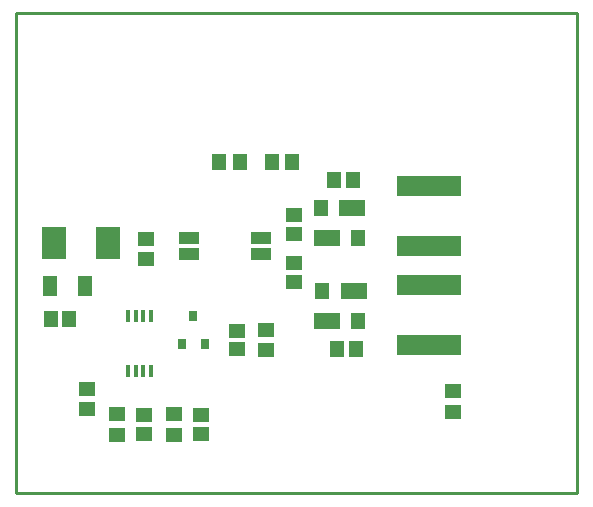
<source format=gtp>
G04 Layer_Color=8421504*
%FSLAX44Y44*%
%MOMM*%
G71*
G01*
G75*
%ADD10R,0.6500X0.9500*%
%ADD11R,1.3500X1.1500*%
%ADD12R,1.2000X1.4000*%
%ADD13R,2.2000X1.4000*%
%ADD14R,0.4100X1.0200*%
%ADD15R,1.7300X1.0000*%
%ADD16R,2.0000X2.8000*%
%ADD17R,5.4000X1.7000*%
%ADD18R,1.3000X1.8000*%
%ADD19R,1.4000X1.3000*%
%ADD20R,1.1500X1.3500*%
%ADD21R,1.3000X1.4000*%
%ADD26C,0.2540*%
D10*
X750570Y689680D02*
D03*
X760070Y666680D02*
D03*
X741070D02*
D03*
D11*
X710750Y755500D02*
D03*
Y738000D02*
D03*
X734060Y606780D02*
D03*
Y589280D02*
D03*
X812000Y678500D02*
D03*
Y661000D02*
D03*
X685500Y589250D02*
D03*
Y606750D02*
D03*
X970000Y626500D02*
D03*
Y609000D02*
D03*
X660400Y611010D02*
D03*
Y628510D02*
D03*
D12*
X890270Y685800D02*
D03*
Y755650D02*
D03*
X858520Y781050D02*
D03*
X859790Y711200D02*
D03*
D13*
X863600Y685800D02*
D03*
Y755650D02*
D03*
X885190Y781050D02*
D03*
X886460Y711200D02*
D03*
D14*
X695100Y643750D02*
D03*
X701600D02*
D03*
X708100D02*
D03*
X714600D02*
D03*
Y689750D02*
D03*
X708100D02*
D03*
X701600D02*
D03*
X695100D02*
D03*
D15*
X746390Y756300D02*
D03*
Y742300D02*
D03*
X808090D02*
D03*
Y756300D02*
D03*
D16*
X632820Y751840D02*
D03*
X677820D02*
D03*
D17*
X949960Y665380D02*
D03*
Y716380D02*
D03*
Y800200D02*
D03*
Y749200D02*
D03*
D18*
X629390Y715010D02*
D03*
X658390D02*
D03*
D19*
X835660Y734440D02*
D03*
Y718440D02*
D03*
X787400Y661670D02*
D03*
Y677670D02*
D03*
X757250Y590000D02*
D03*
Y606000D02*
D03*
X708660Y590170D02*
D03*
Y606170D02*
D03*
X835660Y759080D02*
D03*
Y775080D02*
D03*
D20*
X789940Y820420D02*
D03*
X772440D02*
D03*
X834250D02*
D03*
X816750D02*
D03*
D21*
X869570Y805180D02*
D03*
X885570D02*
D03*
X645540Y687070D02*
D03*
X629540D02*
D03*
X872110Y661670D02*
D03*
X888110D02*
D03*
D26*
X600000Y539750D02*
X1075690D01*
Y946150D01*
X600000D02*
X1075690D01*
X600000Y539750D02*
Y946150D01*
M02*

</source>
